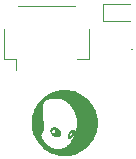
<source format=gbo>
G04 #@! TF.GenerationSoftware,KiCad,Pcbnew,5.1.2-f72e74a~84~ubuntu18.04.1*
G04 #@! TF.CreationDate,2019-08-02T15:12:22+02:00*
G04 #@! TF.ProjectId,TLI5012B,544c4935-3031-4324-922e-6b696361645f,rev?*
G04 #@! TF.SameCoordinates,Original*
G04 #@! TF.FileFunction,Legend,Bot*
G04 #@! TF.FilePolarity,Positive*
%FSLAX46Y46*%
G04 Gerber Fmt 4.6, Leading zero omitted, Abs format (unit mm)*
G04 Created by KiCad (PCBNEW 5.1.2-f72e74a~84~ubuntu18.04.1) date 2019-08-02 15:12:22*
%MOMM*%
%LPD*%
G04 APERTURE LIST*
%ADD10C,0.010000*%
%ADD11C,0.120000*%
%ADD12C,0.100000*%
G04 APERTURE END LIST*
D10*
G36*
X136656577Y-90701777D02*
G01*
X136618737Y-90705066D01*
X136598241Y-90708897D01*
X136546610Y-90725874D01*
X136501940Y-90749654D01*
X136464354Y-90779527D01*
X136433976Y-90814781D01*
X136410929Y-90854703D01*
X136395339Y-90898583D01*
X136387328Y-90945708D01*
X136387020Y-90995366D01*
X136394539Y-91046846D01*
X136410010Y-91099436D01*
X136433555Y-91152424D01*
X136465299Y-91205099D01*
X136503331Y-91254398D01*
X136552976Y-91305506D01*
X136607966Y-91350255D01*
X136667137Y-91388142D01*
X136729322Y-91418666D01*
X136793355Y-91441325D01*
X136858071Y-91455617D01*
X136922305Y-91461041D01*
X136976782Y-91458169D01*
X137031607Y-91447107D01*
X137080703Y-91428036D01*
X137123629Y-91401148D01*
X137142113Y-91385333D01*
X137173860Y-91351436D01*
X137197000Y-91316962D01*
X137212882Y-91279320D01*
X137222859Y-91235916D01*
X137224014Y-91228145D01*
X137226574Y-91173755D01*
X137219714Y-91118691D01*
X137204066Y-91063752D01*
X137190725Y-91033475D01*
X136825836Y-91033475D01*
X136823455Y-91055112D01*
X136810494Y-91099304D01*
X136789311Y-91138657D01*
X136760802Y-91172122D01*
X136725863Y-91198653D01*
X136685390Y-91217204D01*
X136684547Y-91217481D01*
X136664589Y-91221460D01*
X136637539Y-91223152D01*
X136619316Y-91222976D01*
X136595062Y-91221571D01*
X136576676Y-91218634D01*
X136559878Y-91213176D01*
X136542310Y-91205155D01*
X136505321Y-91181788D01*
X136474718Y-91151948D01*
X136451246Y-91117048D01*
X136435651Y-91078504D01*
X136428678Y-91037728D01*
X136431075Y-90996134D01*
X136431330Y-90994722D01*
X136444034Y-90952824D01*
X136465356Y-90914438D01*
X136494015Y-90881215D01*
X136528730Y-90854806D01*
X136547555Y-90844858D01*
X136577482Y-90835350D01*
X136612604Y-90830786D01*
X136649210Y-90831225D01*
X136683587Y-90836724D01*
X136701469Y-90842426D01*
X136736617Y-90861486D01*
X136767309Y-90887944D01*
X136792560Y-90920087D01*
X136811387Y-90956199D01*
X136822807Y-90994567D01*
X136825836Y-91033475D01*
X137190725Y-91033475D01*
X137180264Y-91009736D01*
X137148939Y-90957441D01*
X137110726Y-90907666D01*
X137066255Y-90861207D01*
X137016160Y-90818864D01*
X136961074Y-90781434D01*
X136901630Y-90749716D01*
X136838459Y-90724507D01*
X136820114Y-90718701D01*
X136783737Y-90710238D01*
X136742243Y-90704503D01*
X136698801Y-90701636D01*
X136656577Y-90701777D01*
X136656577Y-90701777D01*
G37*
X136656577Y-90701777D02*
X136618737Y-90705066D01*
X136598241Y-90708897D01*
X136546610Y-90725874D01*
X136501940Y-90749654D01*
X136464354Y-90779527D01*
X136433976Y-90814781D01*
X136410929Y-90854703D01*
X136395339Y-90898583D01*
X136387328Y-90945708D01*
X136387020Y-90995366D01*
X136394539Y-91046846D01*
X136410010Y-91099436D01*
X136433555Y-91152424D01*
X136465299Y-91205099D01*
X136503331Y-91254398D01*
X136552976Y-91305506D01*
X136607966Y-91350255D01*
X136667137Y-91388142D01*
X136729322Y-91418666D01*
X136793355Y-91441325D01*
X136858071Y-91455617D01*
X136922305Y-91461041D01*
X136976782Y-91458169D01*
X137031607Y-91447107D01*
X137080703Y-91428036D01*
X137123629Y-91401148D01*
X137142113Y-91385333D01*
X137173860Y-91351436D01*
X137197000Y-91316962D01*
X137212882Y-91279320D01*
X137222859Y-91235916D01*
X137224014Y-91228145D01*
X137226574Y-91173755D01*
X137219714Y-91118691D01*
X137204066Y-91063752D01*
X137190725Y-91033475D01*
X136825836Y-91033475D01*
X136823455Y-91055112D01*
X136810494Y-91099304D01*
X136789311Y-91138657D01*
X136760802Y-91172122D01*
X136725863Y-91198653D01*
X136685390Y-91217204D01*
X136684547Y-91217481D01*
X136664589Y-91221460D01*
X136637539Y-91223152D01*
X136619316Y-91222976D01*
X136595062Y-91221571D01*
X136576676Y-91218634D01*
X136559878Y-91213176D01*
X136542310Y-91205155D01*
X136505321Y-91181788D01*
X136474718Y-91151948D01*
X136451246Y-91117048D01*
X136435651Y-91078504D01*
X136428678Y-91037728D01*
X136431075Y-90996134D01*
X136431330Y-90994722D01*
X136444034Y-90952824D01*
X136465356Y-90914438D01*
X136494015Y-90881215D01*
X136528730Y-90854806D01*
X136547555Y-90844858D01*
X136577482Y-90835350D01*
X136612604Y-90830786D01*
X136649210Y-90831225D01*
X136683587Y-90836724D01*
X136701469Y-90842426D01*
X136736617Y-90861486D01*
X136767309Y-90887944D01*
X136792560Y-90920087D01*
X136811387Y-90956199D01*
X136822807Y-90994567D01*
X136825836Y-91033475D01*
X137190725Y-91033475D01*
X137180264Y-91009736D01*
X137148939Y-90957441D01*
X137110726Y-90907666D01*
X137066255Y-90861207D01*
X137016160Y-90818864D01*
X136961074Y-90781434D01*
X136901630Y-90749716D01*
X136838459Y-90724507D01*
X136820114Y-90718701D01*
X136783737Y-90710238D01*
X136742243Y-90704503D01*
X136698801Y-90701636D01*
X136656577Y-90701777D01*
G36*
X138281335Y-90892400D02*
G01*
X138263801Y-90894815D01*
X138247121Y-90900076D01*
X138228322Y-90908404D01*
X138178456Y-90936810D01*
X138128972Y-90974026D01*
X138080814Y-91018713D01*
X138034923Y-91069536D01*
X137992243Y-91125158D01*
X137953715Y-91184244D01*
X137920283Y-91245456D01*
X137892888Y-91307459D01*
X137872474Y-91368917D01*
X137859982Y-91428492D01*
X137859619Y-91431129D01*
X137856851Y-91474196D01*
X137860544Y-91512257D01*
X137870407Y-91544427D01*
X137886147Y-91569822D01*
X137907475Y-91587556D01*
X137911813Y-91589832D01*
X137939781Y-91598318D01*
X137971591Y-91599581D01*
X138003811Y-91593488D01*
X138004260Y-91593346D01*
X138047797Y-91575057D01*
X138092730Y-91547842D01*
X138138119Y-91512665D01*
X138183024Y-91470487D01*
X138226505Y-91422272D01*
X138267622Y-91368982D01*
X138305435Y-91311579D01*
X138339004Y-91251026D01*
X138339460Y-91250119D01*
X138364819Y-91195845D01*
X138373289Y-91173574D01*
X138219716Y-91173574D01*
X138219457Y-91201315D01*
X138216879Y-91229311D01*
X138212433Y-91252702D01*
X138202593Y-91282865D01*
X138188001Y-91317156D01*
X138170465Y-91351944D01*
X138151792Y-91383596D01*
X138136618Y-91405022D01*
X138105105Y-91440806D01*
X138073848Y-91468895D01*
X138043494Y-91489000D01*
X138014691Y-91500834D01*
X137988087Y-91504109D01*
X137964330Y-91498538D01*
X137948867Y-91488466D01*
X137934233Y-91471999D01*
X137924981Y-91452003D01*
X137920394Y-91426313D01*
X137919598Y-91400316D01*
X137923416Y-91361085D01*
X137933413Y-91320767D01*
X137948735Y-91280451D01*
X137968534Y-91241228D01*
X137991958Y-91204188D01*
X138018156Y-91170421D01*
X138046277Y-91141018D01*
X138075471Y-91117069D01*
X138104887Y-91099664D01*
X138133674Y-91089894D01*
X138160981Y-91088849D01*
X138162479Y-91089075D01*
X138184774Y-91097610D01*
X138203130Y-91114429D01*
X138213195Y-91131686D01*
X138217635Y-91149295D01*
X138219716Y-91173574D01*
X138373289Y-91173574D01*
X138383495Y-91146742D01*
X138396044Y-91100850D01*
X138403020Y-91056209D01*
X138404976Y-91018820D01*
X138404853Y-90993734D01*
X138403644Y-90975780D01*
X138400892Y-90961950D01*
X138396139Y-90949235D01*
X138393557Y-90943751D01*
X138382788Y-90926421D01*
X138369329Y-90910733D01*
X138363529Y-90905651D01*
X138353226Y-90898608D01*
X138343127Y-90894452D01*
X138330061Y-90892443D01*
X138310855Y-90891838D01*
X138304359Y-90891820D01*
X138281335Y-90892400D01*
X138281335Y-90892400D01*
G37*
X138281335Y-90892400D02*
X138263801Y-90894815D01*
X138247121Y-90900076D01*
X138228322Y-90908404D01*
X138178456Y-90936810D01*
X138128972Y-90974026D01*
X138080814Y-91018713D01*
X138034923Y-91069536D01*
X137992243Y-91125158D01*
X137953715Y-91184244D01*
X137920283Y-91245456D01*
X137892888Y-91307459D01*
X137872474Y-91368917D01*
X137859982Y-91428492D01*
X137859619Y-91431129D01*
X137856851Y-91474196D01*
X137860544Y-91512257D01*
X137870407Y-91544427D01*
X137886147Y-91569822D01*
X137907475Y-91587556D01*
X137911813Y-91589832D01*
X137939781Y-91598318D01*
X137971591Y-91599581D01*
X138003811Y-91593488D01*
X138004260Y-91593346D01*
X138047797Y-91575057D01*
X138092730Y-91547842D01*
X138138119Y-91512665D01*
X138183024Y-91470487D01*
X138226505Y-91422272D01*
X138267622Y-91368982D01*
X138305435Y-91311579D01*
X138339004Y-91251026D01*
X138339460Y-91250119D01*
X138364819Y-91195845D01*
X138373289Y-91173574D01*
X138219716Y-91173574D01*
X138219457Y-91201315D01*
X138216879Y-91229311D01*
X138212433Y-91252702D01*
X138202593Y-91282865D01*
X138188001Y-91317156D01*
X138170465Y-91351944D01*
X138151792Y-91383596D01*
X138136618Y-91405022D01*
X138105105Y-91440806D01*
X138073848Y-91468895D01*
X138043494Y-91489000D01*
X138014691Y-91500834D01*
X137988087Y-91504109D01*
X137964330Y-91498538D01*
X137948867Y-91488466D01*
X137934233Y-91471999D01*
X137924981Y-91452003D01*
X137920394Y-91426313D01*
X137919598Y-91400316D01*
X137923416Y-91361085D01*
X137933413Y-91320767D01*
X137948735Y-91280451D01*
X137968534Y-91241228D01*
X137991958Y-91204188D01*
X138018156Y-91170421D01*
X138046277Y-91141018D01*
X138075471Y-91117069D01*
X138104887Y-91099664D01*
X138133674Y-91089894D01*
X138160981Y-91088849D01*
X138162479Y-91089075D01*
X138184774Y-91097610D01*
X138203130Y-91114429D01*
X138213195Y-91131686D01*
X138217635Y-91149295D01*
X138219716Y-91173574D01*
X138373289Y-91173574D01*
X138383495Y-91146742D01*
X138396044Y-91100850D01*
X138403020Y-91056209D01*
X138404976Y-91018820D01*
X138404853Y-90993734D01*
X138403644Y-90975780D01*
X138400892Y-90961950D01*
X138396139Y-90949235D01*
X138393557Y-90943751D01*
X138382788Y-90926421D01*
X138369329Y-90910733D01*
X138363529Y-90905651D01*
X138353226Y-90898608D01*
X138343127Y-90894452D01*
X138330061Y-90892443D01*
X138310855Y-90891838D01*
X138304359Y-90891820D01*
X138281335Y-90892400D01*
G36*
X137463589Y-87547658D02*
G01*
X137414697Y-87549034D01*
X137373209Y-87551227D01*
X137370752Y-87551404D01*
X137204270Y-87568617D01*
X137040144Y-87595619D01*
X136878737Y-87632236D01*
X136720411Y-87678297D01*
X136565530Y-87733628D01*
X136414455Y-87798056D01*
X136267549Y-87871410D01*
X136125176Y-87953515D01*
X135987696Y-88044199D01*
X135855474Y-88143290D01*
X135728872Y-88250614D01*
X135608252Y-88365999D01*
X135563512Y-88412506D01*
X135452612Y-88537802D01*
X135350148Y-88668680D01*
X135256234Y-88804894D01*
X135170986Y-88946197D01*
X135094515Y-89092344D01*
X135026936Y-89243091D01*
X134968363Y-89398190D01*
X134918910Y-89557396D01*
X134878690Y-89720465D01*
X134847816Y-89887149D01*
X134833973Y-89987580D01*
X134831312Y-90015614D01*
X134828944Y-90052158D01*
X134826893Y-90095565D01*
X134825182Y-90144188D01*
X134823832Y-90196379D01*
X134822869Y-90250493D01*
X134822313Y-90304881D01*
X134822190Y-90357898D01*
X134822521Y-90407897D01*
X134823329Y-90453229D01*
X134824638Y-90492250D01*
X134826471Y-90523311D01*
X134826479Y-90523409D01*
X134844575Y-90687738D01*
X134872477Y-90849947D01*
X134909976Y-91009636D01*
X134956863Y-91166405D01*
X135012932Y-91319853D01*
X135077974Y-91469580D01*
X135151780Y-91615186D01*
X135234142Y-91756271D01*
X135324853Y-91892433D01*
X135423705Y-92023273D01*
X135530488Y-92148391D01*
X135644995Y-92267385D01*
X135767018Y-92379856D01*
X135811173Y-92417365D01*
X135942661Y-92520164D01*
X136079444Y-92614370D01*
X136221180Y-92699844D01*
X136367525Y-92776444D01*
X136518137Y-92844030D01*
X136672672Y-92902462D01*
X136830787Y-92951599D01*
X136992139Y-92991300D01*
X137156385Y-93021425D01*
X137323182Y-93041834D01*
X137338780Y-93043230D01*
X137370395Y-93045421D01*
X137409727Y-93047283D01*
X137454663Y-93048791D01*
X137503091Y-93049916D01*
X137552898Y-93050634D01*
X137601971Y-93050917D01*
X137648198Y-93050740D01*
X137689466Y-93050076D01*
X137723662Y-93048899D01*
X137736306Y-93048187D01*
X137905938Y-93032042D01*
X138072622Y-93006308D01*
X138236092Y-92971099D01*
X138396084Y-92926529D01*
X138552333Y-92872712D01*
X138704573Y-92809763D01*
X138852539Y-92737796D01*
X138995967Y-92656925D01*
X139134592Y-92567265D01*
X139268148Y-92468929D01*
X139396370Y-92362031D01*
X139457731Y-92306036D01*
X139576121Y-92187867D01*
X139686521Y-92063571D01*
X139788759Y-91933510D01*
X139882662Y-91798048D01*
X139968057Y-91657546D01*
X140044771Y-91512369D01*
X140112630Y-91362880D01*
X140171463Y-91209441D01*
X140221096Y-91052416D01*
X140261356Y-90892168D01*
X140292070Y-90729060D01*
X140313065Y-90563454D01*
X140318516Y-90499168D01*
X140320765Y-90458243D01*
X140322194Y-90409784D01*
X140322842Y-90355741D01*
X140322746Y-90298065D01*
X140322155Y-90254280D01*
X138639134Y-90254280D01*
X138638913Y-90314867D01*
X138638200Y-90367255D01*
X138636846Y-90413398D01*
X138634704Y-90455249D01*
X138631624Y-90494763D01*
X138627459Y-90533895D01*
X138622061Y-90574598D01*
X138615281Y-90618827D01*
X138608317Y-90660680D01*
X138583679Y-90785767D01*
X138551828Y-90915784D01*
X138513356Y-91049155D01*
X138468854Y-91184306D01*
X138418915Y-91319660D01*
X138364131Y-91453644D01*
X138305093Y-91584683D01*
X138242395Y-91711201D01*
X138176627Y-91831623D01*
X138152862Y-91872260D01*
X138127150Y-91914150D01*
X138102608Y-91951070D01*
X138077542Y-91985163D01*
X138050261Y-92018577D01*
X138019073Y-92053455D01*
X137982286Y-92091944D01*
X137968763Y-92105668D01*
X137900461Y-92172063D01*
X137834968Y-92230339D01*
X137770820Y-92281594D01*
X137706555Y-92326927D01*
X137640708Y-92367436D01*
X137571817Y-92404220D01*
X137569375Y-92405432D01*
X137502135Y-92436631D01*
X137434477Y-92463591D01*
X137365182Y-92486574D01*
X137293028Y-92505841D01*
X137216792Y-92521653D01*
X137135254Y-92534271D01*
X137047193Y-92543955D01*
X136951386Y-92550968D01*
X136870699Y-92554743D01*
X136856532Y-92554065D01*
X136835826Y-92551605D01*
X136811958Y-92547805D01*
X136798654Y-92545295D01*
X136692874Y-92518969D01*
X136588773Y-92482724D01*
X136486260Y-92436520D01*
X136385241Y-92380316D01*
X136306285Y-92328715D01*
X136270052Y-92302443D01*
X136229144Y-92271048D01*
X136184995Y-92235764D01*
X136139036Y-92197826D01*
X136092701Y-92158467D01*
X136047423Y-92118921D01*
X136004635Y-92080423D01*
X135965770Y-92044207D01*
X135932260Y-92011506D01*
X135905643Y-91983669D01*
X135855922Y-91926571D01*
X135806974Y-91865833D01*
X135759658Y-91802772D01*
X135714832Y-91738702D01*
X135673354Y-91674939D01*
X135636084Y-91612800D01*
X135603880Y-91553600D01*
X135577601Y-91498654D01*
X135559453Y-91453160D01*
X135547834Y-91416683D01*
X135541331Y-91386920D01*
X135539709Y-91361946D01*
X135542734Y-91339838D01*
X135544771Y-91332655D01*
X135553101Y-91299183D01*
X135559826Y-91255850D01*
X135564955Y-91202582D01*
X135566443Y-91180480D01*
X135568086Y-91157285D01*
X135569909Y-91137827D01*
X135571673Y-91124354D01*
X135572952Y-91119279D01*
X135579015Y-91115091D01*
X135591539Y-91108816D01*
X135603787Y-91103494D01*
X135639809Y-91085805D01*
X135669950Y-91064111D01*
X135694945Y-91037333D01*
X135715528Y-91004396D01*
X135732433Y-90964221D01*
X135746394Y-90915733D01*
X135753269Y-90884200D01*
X135761891Y-90829984D01*
X135768128Y-90767299D01*
X135771997Y-90697547D01*
X135773512Y-90622131D01*
X135772690Y-90542453D01*
X135769546Y-90459917D01*
X135764096Y-90375924D01*
X135756356Y-90291878D01*
X135746342Y-90209181D01*
X135745609Y-90203857D01*
X135737317Y-90152621D01*
X135726149Y-90098523D01*
X135711701Y-90039881D01*
X135693564Y-89975012D01*
X135677493Y-89921894D01*
X135666999Y-89886596D01*
X135660251Y-89860223D01*
X135657144Y-89842298D01*
X135657370Y-89832994D01*
X135658008Y-89825817D01*
X135658727Y-89809339D01*
X135659510Y-89784422D01*
X135660338Y-89751926D01*
X135661193Y-89712708D01*
X135662057Y-89667631D01*
X135662913Y-89617553D01*
X135663742Y-89563335D01*
X135664526Y-89505836D01*
X135664976Y-89469420D01*
X135665901Y-89394866D01*
X135666822Y-89329436D01*
X135667791Y-89272094D01*
X135668857Y-89221802D01*
X135670072Y-89177525D01*
X135671486Y-89138228D01*
X135673149Y-89102872D01*
X135675114Y-89070422D01*
X135677430Y-89039843D01*
X135680147Y-89010097D01*
X135683318Y-88980148D01*
X135686991Y-88948961D01*
X135691219Y-88915498D01*
X135692585Y-88904995D01*
X135701550Y-88842533D01*
X135712363Y-88777182D01*
X135724337Y-88712772D01*
X135736784Y-88653131D01*
X135741799Y-88631220D01*
X135747806Y-88605740D01*
X135753141Y-88583078D01*
X135757281Y-88565465D01*
X135759700Y-88555135D01*
X135759901Y-88554273D01*
X135765486Y-88544596D01*
X135778230Y-88530140D01*
X135796941Y-88511912D01*
X135820427Y-88490920D01*
X135847495Y-88468170D01*
X135876953Y-88444671D01*
X135907609Y-88421430D01*
X135938271Y-88399454D01*
X135962100Y-88383398D01*
X136055337Y-88328561D01*
X136154634Y-88281665D01*
X136260115Y-88242665D01*
X136371901Y-88211515D01*
X136490115Y-88188173D01*
X136500580Y-88186529D01*
X136545203Y-88180994D01*
X136597454Y-88176733D01*
X136654877Y-88173789D01*
X136715016Y-88172208D01*
X136775413Y-88172036D01*
X136833611Y-88173316D01*
X136887154Y-88176094D01*
X136919680Y-88178864D01*
X137056695Y-88196876D01*
X137188111Y-88222248D01*
X137313626Y-88254863D01*
X137432935Y-88294607D01*
X137545738Y-88341362D01*
X137651730Y-88395014D01*
X137750609Y-88455447D01*
X137842072Y-88522544D01*
X137862693Y-88539465D01*
X137895882Y-88568484D01*
X137928274Y-88599428D01*
X137961365Y-88633870D01*
X137996651Y-88673378D01*
X138035628Y-88719524D01*
X138044483Y-88730280D01*
X138148094Y-88862732D01*
X138241621Y-88995187D01*
X138325142Y-89127797D01*
X138398732Y-89260716D01*
X138462467Y-89394098D01*
X138516423Y-89528098D01*
X138560676Y-89662867D01*
X138595303Y-89798561D01*
X138610661Y-89875820D01*
X138618138Y-89918964D01*
X138624213Y-89957561D01*
X138629025Y-89993452D01*
X138632713Y-90028477D01*
X138635415Y-90064477D01*
X138637270Y-90103291D01*
X138638415Y-90146762D01*
X138638991Y-90196729D01*
X138639134Y-90254280D01*
X140322155Y-90254280D01*
X140321944Y-90238704D01*
X140320474Y-90179611D01*
X140318376Y-90122735D01*
X140315686Y-90070027D01*
X140312444Y-90023437D01*
X140308686Y-89984915D01*
X140308418Y-89982680D01*
X140282944Y-89813148D01*
X140248272Y-89647926D01*
X140204371Y-89486938D01*
X140151208Y-89330112D01*
X140088751Y-89177374D01*
X140016970Y-89028650D01*
X139935831Y-88883866D01*
X139845303Y-88742948D01*
X139745354Y-88605822D01*
X139677843Y-88521718D01*
X139652746Y-88492734D01*
X139621540Y-88458564D01*
X139585746Y-88420728D01*
X139546884Y-88380747D01*
X139506477Y-88340143D01*
X139466045Y-88300438D01*
X139427110Y-88263151D01*
X139391192Y-88229805D01*
X139359814Y-88201920D01*
X139348202Y-88192077D01*
X139231874Y-88099763D01*
X139114865Y-88016075D01*
X138995014Y-87939586D01*
X138870164Y-87868870D01*
X138817060Y-87841230D01*
X138671799Y-87772517D01*
X138524547Y-87713076D01*
X138374455Y-87662650D01*
X138220676Y-87620984D01*
X138062360Y-87587823D01*
X137898658Y-87562911D01*
X137887240Y-87561502D01*
X137849326Y-87557711D01*
X137803213Y-87554433D01*
X137750852Y-87551705D01*
X137694194Y-87549566D01*
X137635188Y-87548054D01*
X137575785Y-87547206D01*
X137517935Y-87547062D01*
X137463589Y-87547658D01*
X137463589Y-87547658D01*
G37*
X137463589Y-87547658D02*
X137414697Y-87549034D01*
X137373209Y-87551227D01*
X137370752Y-87551404D01*
X137204270Y-87568617D01*
X137040144Y-87595619D01*
X136878737Y-87632236D01*
X136720411Y-87678297D01*
X136565530Y-87733628D01*
X136414455Y-87798056D01*
X136267549Y-87871410D01*
X136125176Y-87953515D01*
X135987696Y-88044199D01*
X135855474Y-88143290D01*
X135728872Y-88250614D01*
X135608252Y-88365999D01*
X135563512Y-88412506D01*
X135452612Y-88537802D01*
X135350148Y-88668680D01*
X135256234Y-88804894D01*
X135170986Y-88946197D01*
X135094515Y-89092344D01*
X135026936Y-89243091D01*
X134968363Y-89398190D01*
X134918910Y-89557396D01*
X134878690Y-89720465D01*
X134847816Y-89887149D01*
X134833973Y-89987580D01*
X134831312Y-90015614D01*
X134828944Y-90052158D01*
X134826893Y-90095565D01*
X134825182Y-90144188D01*
X134823832Y-90196379D01*
X134822869Y-90250493D01*
X134822313Y-90304881D01*
X134822190Y-90357898D01*
X134822521Y-90407897D01*
X134823329Y-90453229D01*
X134824638Y-90492250D01*
X134826471Y-90523311D01*
X134826479Y-90523409D01*
X134844575Y-90687738D01*
X134872477Y-90849947D01*
X134909976Y-91009636D01*
X134956863Y-91166405D01*
X135012932Y-91319853D01*
X135077974Y-91469580D01*
X135151780Y-91615186D01*
X135234142Y-91756271D01*
X135324853Y-91892433D01*
X135423705Y-92023273D01*
X135530488Y-92148391D01*
X135644995Y-92267385D01*
X135767018Y-92379856D01*
X135811173Y-92417365D01*
X135942661Y-92520164D01*
X136079444Y-92614370D01*
X136221180Y-92699844D01*
X136367525Y-92776444D01*
X136518137Y-92844030D01*
X136672672Y-92902462D01*
X136830787Y-92951599D01*
X136992139Y-92991300D01*
X137156385Y-93021425D01*
X137323182Y-93041834D01*
X137338780Y-93043230D01*
X137370395Y-93045421D01*
X137409727Y-93047283D01*
X137454663Y-93048791D01*
X137503091Y-93049916D01*
X137552898Y-93050634D01*
X137601971Y-93050917D01*
X137648198Y-93050740D01*
X137689466Y-93050076D01*
X137723662Y-93048899D01*
X137736306Y-93048187D01*
X137905938Y-93032042D01*
X138072622Y-93006308D01*
X138236092Y-92971099D01*
X138396084Y-92926529D01*
X138552333Y-92872712D01*
X138704573Y-92809763D01*
X138852539Y-92737796D01*
X138995967Y-92656925D01*
X139134592Y-92567265D01*
X139268148Y-92468929D01*
X139396370Y-92362031D01*
X139457731Y-92306036D01*
X139576121Y-92187867D01*
X139686521Y-92063571D01*
X139788759Y-91933510D01*
X139882662Y-91798048D01*
X139968057Y-91657546D01*
X140044771Y-91512369D01*
X140112630Y-91362880D01*
X140171463Y-91209441D01*
X140221096Y-91052416D01*
X140261356Y-90892168D01*
X140292070Y-90729060D01*
X140313065Y-90563454D01*
X140318516Y-90499168D01*
X140320765Y-90458243D01*
X140322194Y-90409784D01*
X140322842Y-90355741D01*
X140322746Y-90298065D01*
X140322155Y-90254280D01*
X138639134Y-90254280D01*
X138638913Y-90314867D01*
X138638200Y-90367255D01*
X138636846Y-90413398D01*
X138634704Y-90455249D01*
X138631624Y-90494763D01*
X138627459Y-90533895D01*
X138622061Y-90574598D01*
X138615281Y-90618827D01*
X138608317Y-90660680D01*
X138583679Y-90785767D01*
X138551828Y-90915784D01*
X138513356Y-91049155D01*
X138468854Y-91184306D01*
X138418915Y-91319660D01*
X138364131Y-91453644D01*
X138305093Y-91584683D01*
X138242395Y-91711201D01*
X138176627Y-91831623D01*
X138152862Y-91872260D01*
X138127150Y-91914150D01*
X138102608Y-91951070D01*
X138077542Y-91985163D01*
X138050261Y-92018577D01*
X138019073Y-92053455D01*
X137982286Y-92091944D01*
X137968763Y-92105668D01*
X137900461Y-92172063D01*
X137834968Y-92230339D01*
X137770820Y-92281594D01*
X137706555Y-92326927D01*
X137640708Y-92367436D01*
X137571817Y-92404220D01*
X137569375Y-92405432D01*
X137502135Y-92436631D01*
X137434477Y-92463591D01*
X137365182Y-92486574D01*
X137293028Y-92505841D01*
X137216792Y-92521653D01*
X137135254Y-92534271D01*
X137047193Y-92543955D01*
X136951386Y-92550968D01*
X136870699Y-92554743D01*
X136856532Y-92554065D01*
X136835826Y-92551605D01*
X136811958Y-92547805D01*
X136798654Y-92545295D01*
X136692874Y-92518969D01*
X136588773Y-92482724D01*
X136486260Y-92436520D01*
X136385241Y-92380316D01*
X136306285Y-92328715D01*
X136270052Y-92302443D01*
X136229144Y-92271048D01*
X136184995Y-92235764D01*
X136139036Y-92197826D01*
X136092701Y-92158467D01*
X136047423Y-92118921D01*
X136004635Y-92080423D01*
X135965770Y-92044207D01*
X135932260Y-92011506D01*
X135905643Y-91983669D01*
X135855922Y-91926571D01*
X135806974Y-91865833D01*
X135759658Y-91802772D01*
X135714832Y-91738702D01*
X135673354Y-91674939D01*
X135636084Y-91612800D01*
X135603880Y-91553600D01*
X135577601Y-91498654D01*
X135559453Y-91453160D01*
X135547834Y-91416683D01*
X135541331Y-91386920D01*
X135539709Y-91361946D01*
X135542734Y-91339838D01*
X135544771Y-91332655D01*
X135553101Y-91299183D01*
X135559826Y-91255850D01*
X135564955Y-91202582D01*
X135566443Y-91180480D01*
X135568086Y-91157285D01*
X135569909Y-91137827D01*
X135571673Y-91124354D01*
X135572952Y-91119279D01*
X135579015Y-91115091D01*
X135591539Y-91108816D01*
X135603787Y-91103494D01*
X135639809Y-91085805D01*
X135669950Y-91064111D01*
X135694945Y-91037333D01*
X135715528Y-91004396D01*
X135732433Y-90964221D01*
X135746394Y-90915733D01*
X135753269Y-90884200D01*
X135761891Y-90829984D01*
X135768128Y-90767299D01*
X135771997Y-90697547D01*
X135773512Y-90622131D01*
X135772690Y-90542453D01*
X135769546Y-90459917D01*
X135764096Y-90375924D01*
X135756356Y-90291878D01*
X135746342Y-90209181D01*
X135745609Y-90203857D01*
X135737317Y-90152621D01*
X135726149Y-90098523D01*
X135711701Y-90039881D01*
X135693564Y-89975012D01*
X135677493Y-89921894D01*
X135666999Y-89886596D01*
X135660251Y-89860223D01*
X135657144Y-89842298D01*
X135657370Y-89832994D01*
X135658008Y-89825817D01*
X135658727Y-89809339D01*
X135659510Y-89784422D01*
X135660338Y-89751926D01*
X135661193Y-89712708D01*
X135662057Y-89667631D01*
X135662913Y-89617553D01*
X135663742Y-89563335D01*
X135664526Y-89505836D01*
X135664976Y-89469420D01*
X135665901Y-89394866D01*
X135666822Y-89329436D01*
X135667791Y-89272094D01*
X135668857Y-89221802D01*
X135670072Y-89177525D01*
X135671486Y-89138228D01*
X135673149Y-89102872D01*
X135675114Y-89070422D01*
X135677430Y-89039843D01*
X135680147Y-89010097D01*
X135683318Y-88980148D01*
X135686991Y-88948961D01*
X135691219Y-88915498D01*
X135692585Y-88904995D01*
X135701550Y-88842533D01*
X135712363Y-88777182D01*
X135724337Y-88712772D01*
X135736784Y-88653131D01*
X135741799Y-88631220D01*
X135747806Y-88605740D01*
X135753141Y-88583078D01*
X135757281Y-88565465D01*
X135759700Y-88555135D01*
X135759901Y-88554273D01*
X135765486Y-88544596D01*
X135778230Y-88530140D01*
X135796941Y-88511912D01*
X135820427Y-88490920D01*
X135847495Y-88468170D01*
X135876953Y-88444671D01*
X135907609Y-88421430D01*
X135938271Y-88399454D01*
X135962100Y-88383398D01*
X136055337Y-88328561D01*
X136154634Y-88281665D01*
X136260115Y-88242665D01*
X136371901Y-88211515D01*
X136490115Y-88188173D01*
X136500580Y-88186529D01*
X136545203Y-88180994D01*
X136597454Y-88176733D01*
X136654877Y-88173789D01*
X136715016Y-88172208D01*
X136775413Y-88172036D01*
X136833611Y-88173316D01*
X136887154Y-88176094D01*
X136919680Y-88178864D01*
X137056695Y-88196876D01*
X137188111Y-88222248D01*
X137313626Y-88254863D01*
X137432935Y-88294607D01*
X137545738Y-88341362D01*
X137651730Y-88395014D01*
X137750609Y-88455447D01*
X137842072Y-88522544D01*
X137862693Y-88539465D01*
X137895882Y-88568484D01*
X137928274Y-88599428D01*
X137961365Y-88633870D01*
X137996651Y-88673378D01*
X138035628Y-88719524D01*
X138044483Y-88730280D01*
X138148094Y-88862732D01*
X138241621Y-88995187D01*
X138325142Y-89127797D01*
X138398732Y-89260716D01*
X138462467Y-89394098D01*
X138516423Y-89528098D01*
X138560676Y-89662867D01*
X138595303Y-89798561D01*
X138610661Y-89875820D01*
X138618138Y-89918964D01*
X138624213Y-89957561D01*
X138629025Y-89993452D01*
X138632713Y-90028477D01*
X138635415Y-90064477D01*
X138637270Y-90103291D01*
X138638415Y-90146762D01*
X138638991Y-90196729D01*
X138639134Y-90254280D01*
X140322155Y-90254280D01*
X140321944Y-90238704D01*
X140320474Y-90179611D01*
X140318376Y-90122735D01*
X140315686Y-90070027D01*
X140312444Y-90023437D01*
X140308686Y-89984915D01*
X140308418Y-89982680D01*
X140282944Y-89813148D01*
X140248272Y-89647926D01*
X140204371Y-89486938D01*
X140151208Y-89330112D01*
X140088751Y-89177374D01*
X140016970Y-89028650D01*
X139935831Y-88883866D01*
X139845303Y-88742948D01*
X139745354Y-88605822D01*
X139677843Y-88521718D01*
X139652746Y-88492734D01*
X139621540Y-88458564D01*
X139585746Y-88420728D01*
X139546884Y-88380747D01*
X139506477Y-88340143D01*
X139466045Y-88300438D01*
X139427110Y-88263151D01*
X139391192Y-88229805D01*
X139359814Y-88201920D01*
X139348202Y-88192077D01*
X139231874Y-88099763D01*
X139114865Y-88016075D01*
X138995014Y-87939586D01*
X138870164Y-87868870D01*
X138817060Y-87841230D01*
X138671799Y-87772517D01*
X138524547Y-87713076D01*
X138374455Y-87662650D01*
X138220676Y-87620984D01*
X138062360Y-87587823D01*
X137898658Y-87562911D01*
X137887240Y-87561502D01*
X137849326Y-87557711D01*
X137803213Y-87554433D01*
X137750852Y-87551705D01*
X137694194Y-87549566D01*
X137635188Y-87548054D01*
X137575785Y-87547206D01*
X137517935Y-87547062D01*
X137463589Y-87547658D01*
D11*
X132465000Y-82385000D02*
X132465000Y-84885000D01*
X132465000Y-84885000D02*
X133515000Y-84885000D01*
X133515000Y-84885000D02*
X133515000Y-85875000D01*
X139685000Y-82385000D02*
X139685000Y-84885000D01*
X139685000Y-84885000D02*
X138635000Y-84885000D01*
X133635000Y-80415000D02*
X138515000Y-80415000D01*
X143175000Y-81735000D02*
X140890000Y-81735000D01*
X140890000Y-81735000D02*
X140890000Y-80265000D01*
X140890000Y-80265000D02*
X143175000Y-80265000D01*
D12*
X143325000Y-84090000D02*
G75*
G03X143325000Y-84090000I-50000J0D01*
G01*
M02*

</source>
